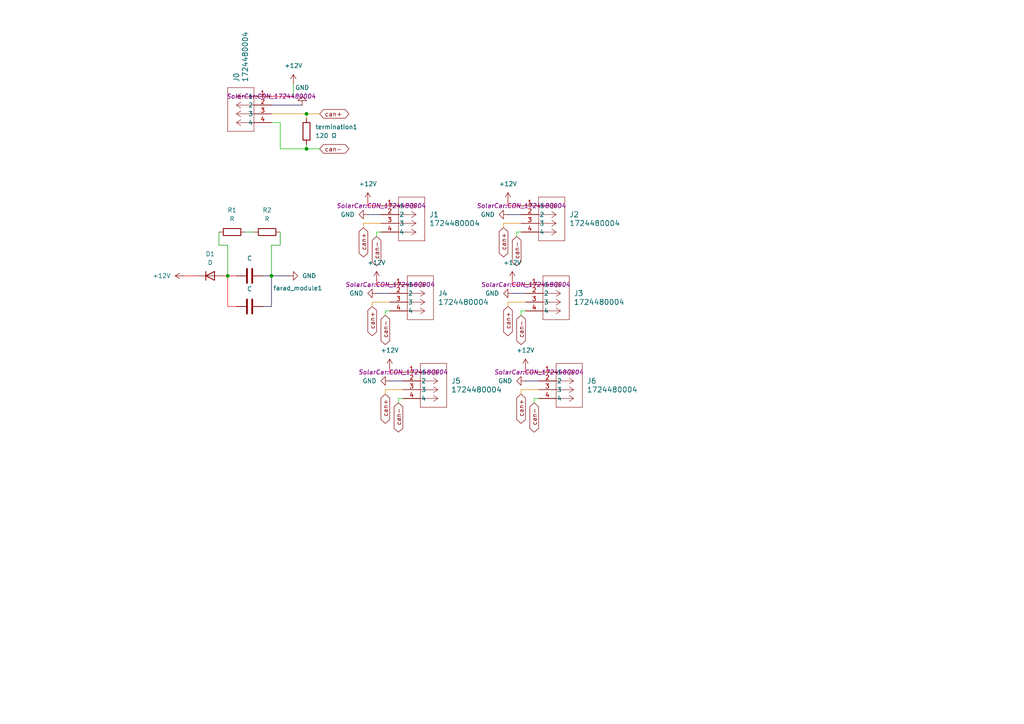
<source format=kicad_sch>
(kicad_sch (version 20231120) (generator "eeschema") (generator_version "8.0")
  (paper "A4")
  (title_block (title "12v + CAN Distribution board") (date "2024-11-03") (rev "v1") (company "VT SolarCar") (comment 1 "J. Menachery"))
  (lib_symbols
    (symbol "Device:C" (pin_numbers hide) (pin_names (offset 0.254))
      (property "Reference" "C" (at 0.635 2.54 0))
      (property "Value" "C" (at 0.635 -2.54 0))
      (symbol "C_0_1"
        (polyline (pts (xy -2.032 -0.762) (xy 2.032 -0.762)) (stroke (width 0.508)))
        (polyline (pts (xy -2.032 0.762) (xy 2.032 0.762)) (stroke (width 0.508)))
      )
      (symbol "C_1_1"
        (pin passive line (at 0 3.81 270) (length 2.794) (name "~") (number "1"))
        (pin passive line (at 0 -3.81 90) (length 2.794) (name "~") (number "2"))
      )
    )
    (symbol "Device:D" (pin_numbers hide) (pin_names (offset 1.016) hide)
      (property "Reference" "D" (at 0 2.54 0))
      (property "Value" "D" (at 0 -2.54 0))
      (symbol "D_0_1"
        (polyline (pts (xy -1.27 1.27) (xy -1.27 -1.27)) (stroke (width 0.254)))
        (polyline (pts (xy 1.27 0) (xy -1.27 0)))
        (polyline (pts (xy 1.27 1.27) (xy 1.27 -1.27) (xy -1.27 0) (xy 1.27 1.27)) (stroke (width 0.254)))
      )
      (symbol "D_1_1"
        (pin passive line (at -3.81 0 0) (length 2.54) (name "K") (number "1"))
        (pin passive line (at 3.81 0 180) (length 2.54) (name "A") (number "2"))
      )
    )
    (symbol "Device:R" (pin_numbers hide) (pin_names (offset 0))
      (property "Reference" "R" (at 2.032 0 90))
      (property "Value" "R" (at 0 0 90))
      (symbol "R_0_1"
        (rectangle (start -1.016 -2.54) (end 1.016 2.54) (stroke (width 0.254)))
      )
      (symbol "R_1_1"
        (pin passive line (at 0 3.81 270) (length 1.27) (name "~") (number "1"))
        (pin passive line (at 0 -3.81 90) (length 1.27) (name "~") (number "2"))
      )
    )
    (symbol "MiniFit 4pin:1724480004" (pin_names (offset 0.254))
      (property "Reference" "J" (at 8.89 6.35 0))
      (property "Value" "1724480004" (at 0 0 0))
      (symbol "1724480004_1_1"
        (polyline (pts (xy 5.08 -10.16) (xy 12.7 -10.16)) (stroke (width 0.127)))
        (polyline (pts (xy 5.08 2.54) (xy 5.08 -10.16)) (stroke (width 0.127)))
        (polyline (pts (xy 10.16 -7.62) (xy 5.08 -7.62)) (stroke (width 0.127)))
        (polyline (pts (xy 10.16 -7.62) (xy 8.89 -8.4667)) (stroke (width 0.127)))
        (polyline (pts (xy 10.16 -7.62) (xy 8.89 -6.7733)) (stroke (width 0.127)))
        (polyline (pts (xy 10.16 -5.08) (xy 5.08 -5.08)) (stroke (width 0.127)))
        (polyline (pts (xy 10.16 -5.08) (xy 8.89 -5.9267)) (stroke (width 0.127)))
        (polyline (pts (xy 10.16 -5.08) (xy 8.89 -4.2333)) (stroke (width 0.127)))
        (polyline (pts (xy 10.16 -2.54) (xy 5.08 -2.54)) (stroke (width 0.127)))
        (polyline (pts (xy 10.16 -2.54) (xy 8.89 -3.3867)) (stroke (width 0.127)))
        (polyline (pts (xy 10.16 -2.54) (xy 8.89 -1.6933)) (stroke (width 0.127)))
        (polyline (pts (xy 10.16 0) (xy 5.08 0)) (stroke (width 0.127)))
        (polyline (pts (xy 10.16 0) (xy 8.89 -0.8467)) (stroke (width 0.127)))
        (polyline (pts (xy 10.16 0) (xy 8.89 0.8467)) (stroke (width 0.127)))
        (polyline (pts (xy 12.7 -10.16) (xy 12.7 2.54)) (stroke (width 0.127)))
        (polyline (pts (xy 12.7 2.54) (xy 5.08 2.54)) (stroke (width 0.127)))
        (pin unspecified line (at 0 0 0) (length 5.08) (name "1") (number "1"))
        (pin unspecified line (at 0 -2.54 0) (length 5.08) (name "2") (number "2"))
        (pin unspecified line (at 0 -5.08 0) (length 5.08) (name "3") (number "3"))
        (pin unspecified line (at 0 -7.62 0) (length 5.08) (name "4") (number "4"))
      )
      (symbol "1724480004_1_2"
        (polyline (pts (xy 5.08 -10.16) (xy 12.7 -10.16)) (stroke (width 0.127)))
        (polyline (pts (xy 5.08 2.54) (xy 5.08 -10.16)) (stroke (width 0.127)))
        (polyline (pts (xy 7.62 -7.62) (xy 5.08 -7.62)) (stroke (width 0.127)))
        (polyline (pts (xy 7.62 -7.62) (xy 8.89 -8.4667)) (stroke (width 0.127)))
        (polyline (pts (xy 7.62 -7.62) (xy 8.89 -6.7733)) (stroke (width 0.127)))
        (polyline (pts (xy 7.62 -5.08) (xy 5.08 -5.08)) (stroke (width 0.127)))
        (polyline (pts (xy 7.62 -5.08) (xy 8.89 -5.9267)) (stroke (width 0.127)))
        (polyline (pts (xy 7.62 -5.08) (xy 8.89 -4.2333)) (stroke (width 0.127)))
        (polyline (pts (xy 7.62 -2.54) (xy 5.08 -2.54)) (stroke (width 0.127)))
        (polyline (pts (xy 7.62 -2.54) (xy 8.89 -3.3867)) (stroke (width 0.127)))
        (polyline (pts (xy 7.62 -2.54) (xy 8.89 -1.6933)) (stroke (width 0.127)))
        (polyline (pts (xy 7.62 0) (xy 5.08 0)) (stroke (width 0.127)))
        (polyline (pts (xy 7.62 0) (xy 8.89 -0.8467)) (stroke (width 0.127)))
        (polyline (pts (xy 7.62 0) (xy 8.89 0.8467)) (stroke (width 0.127)))
        (polyline (pts (xy 12.7 -10.16) (xy 12.7 2.54)) (stroke (width 0.127)))
        (polyline (pts (xy 12.7 2.54) (xy 5.08 2.54)) (stroke (width 0.127)))
        (pin unspecified line (at 0 0 0) (length 5.08) (name "1") (number "1"))
        (pin unspecified line (at 0 -2.54 0) (length 5.08) (name "2") (number "2"))
        (pin unspecified line (at 0 -5.08 0) (length 5.08) (name "3") (number "3"))
        (pin unspecified line (at 0 -7.62 0) (length 5.08) (name "4") (number "4"))
      )
    )
    (symbol "power:+12V" (power) (pin_numbers hide) (pin_names (offset 0) hide)
      (property "Value" "+12V" (at 0 3.556 0))
      (symbol "+12V_0_1"
        (polyline (pts (xy -0.762 1.27) (xy 0 2.54)))
        (polyline (pts (xy 0 0) (xy 0 2.54)))
        (polyline (pts (xy 0 2.54) (xy 0.762 1.27)))
      )
      (symbol "+12V_1_1"
        (pin power_in line (at 0 0 90) (length 0) (name "~") (number "1"))
      )
    )
    (symbol "power:GND" (power) (pin_numbers hide) (pin_names (offset 0) hide)
      (property "Value" "GND" (at 0 -3.81 0))
      (symbol "GND_0_1"
        (polyline (pts (xy 0 0) (xy 0 -1.27) (xy 1.27 -1.27) (xy 0 -2.54) (xy -1.27 -1.27) (xy 0 -1.27)))
      )
      (symbol "GND_1_1"
        (pin power_in line (at 0 0 270) (length 0) (name "~") (number "1"))
      )
    )
  )
  (junction (at 78.74 80.01))
  (junction (at 88.9 33.02))
  (junction (at 66.04 80.01))
  (junction (at 88.9 43.18))
  (wire (pts (xy 148.59 85.09) (xy 152.4 85.09)) (stroke (width 0) (color 0 0 72 1)))
  (wire (pts (xy 88.9 33.02) (xy 92.71 33.02)) (stroke (width 0) (color 221 133 0 1)))
  (wire (pts (xy 81.28 35.56) (xy 81.28 43.18)) (stroke (width 0) (color 0 194 0 1)))
  (wire (pts (xy 154.94 115.57) (xy 156.21 115.57)) (stroke (width 0) (color 0 194 0 1)))
  (wire (pts (xy 113.03 107.95) (xy 116.84 107.95)) (stroke (width 0) (color 255 0 0 1)))
  (wire (pts (xy 149.86 67.31) (xy 151.13 67.31)) (stroke (width 0) (color 0 194 0 1)))
  (wire (pts (xy 154.94 115.57) (xy 154.94 116.84)) (stroke (width 0) (color 0 194 0 1)))
  (wire (pts (xy 107.95 87.63) (xy 107.95 88.9)) (stroke (width 0) (color 221 133 0 1)))
  (wire (pts (xy 66.04 80.01) (xy 68.58 80.01)) (stroke (width 0) (color 255 0 0 1)))
  (wire (pts (xy 66.04 71.12) (xy 66.04 80.01)))
  (wire (pts (xy 147.32 59.69) (xy 151.13 59.69)) (stroke (width 0) (color 255 0 0 1)))
  (wire (pts (xy 148.59 82.55) (xy 152.4 82.55)) (stroke (width 0) (color 255 0 0 1)))
  (wire (pts (xy 78.74 30.48) (xy 87.63 30.48)) (stroke (width 0) (color 0 0 72 1)))
  (wire (pts (xy 66.04 80.01) (xy 66.04 88.9)) (stroke (width 0) (color 255 0 0 1)))
  (wire (pts (xy 78.74 27.94) (xy 85.09 27.94)) (stroke (width 0) (color 255 0 0 1)))
  (wire (pts (xy 152.4 106.68) (xy 152.4 107.95)) (stroke (width 0) (color 255 0 0 1)))
  (wire (pts (xy 109.22 81.28) (xy 109.22 82.55)) (stroke (width 0) (color 255 0 0 1)))
  (wire (pts (xy 63.5 67.31) (xy 63.5 71.12)))
  (wire (pts (xy 151.13 113.03) (xy 156.21 113.03)) (stroke (width 0) (color 221 133 0 1)))
  (wire (pts (xy 85.09 24.13) (xy 85.09 27.94)))
  (wire (pts (xy 106.68 62.23) (xy 110.49 62.23)) (stroke (width 0) (color 0 0 72 1)))
  (wire (pts (xy 146.05 64.77) (xy 151.13 64.77)) (stroke (width 0) (color 221 133 0 1)))
  (wire (pts (xy 109.22 85.09) (xy 113.03 85.09)) (stroke (width 0) (color 0 0 72 1)))
  (wire (pts (xy 66.04 88.9) (xy 68.58 88.9)) (stroke (width 0) (color 255 0 0 1)))
  (wire (pts (xy 88.9 43.18) (xy 92.71 43.18)) (stroke (width 0) (color 0 194 0 1)))
  (wire (pts (xy 88.9 34.29) (xy 88.9 33.02)) (stroke (width 0) (color 221 133 0 1)))
  (wire (pts (xy 148.59 81.28) (xy 148.59 82.55)) (stroke (width 0) (color 255 0 0 1)))
  (wire (pts (xy 107.95 87.63) (xy 113.03 87.63)) (stroke (width 0) (color 221 133 0 1)))
  (wire (pts (xy 81.28 71.12) (xy 78.74 71.12)))
  (wire (pts (xy 147.32 87.63) (xy 147.32 88.9)) (stroke (width 0) (color 221 133 0 1)))
  (wire (pts (xy 78.74 33.02) (xy 88.9 33.02)) (stroke (width 0) (color 221 133 0 1)))
  (wire (pts (xy 109.22 67.31) (xy 110.49 67.31)) (stroke (width 0) (color 0 194 0 1)))
  (wire (pts (xy 151.13 90.17) (xy 152.4 90.17)) (stroke (width 0) (color 0 194 0 1)))
  (wire (pts (xy 113.03 110.49) (xy 116.84 110.49)) (stroke (width 0) (color 0 0 72 1)))
  (wire (pts (xy 115.57 115.57) (xy 115.57 116.84)) (stroke (width 0) (color 0 194 0 1)))
  (wire (pts (xy 152.4 110.49) (xy 156.21 110.49)) (stroke (width 0) (color 0 0 72 1)))
  (wire (pts (xy 111.76 90.17) (xy 111.76 91.44)) (stroke (width 0) (color 0 194 0 1)))
  (wire (pts (xy 106.68 59.69) (xy 110.49 59.69)) (stroke (width 0) (color 255 0 0 1)))
  (wire (pts (xy 106.68 58.42) (xy 106.68 59.69)) (stroke (width 0) (color 255 0 0 1)))
  (wire (pts (xy 81.28 35.56) (xy 78.74 35.56)) (stroke (width 0) (color 0 194 0 1)))
  (wire (pts (xy 147.32 62.23) (xy 151.13 62.23)) (stroke (width 0) (color 0 0 72 1)))
  (wire (pts (xy 78.74 80.01) (xy 78.74 88.9)) (stroke (width 0) (color 0 0 72 1)))
  (wire (pts (xy 53.34 80.01) (xy 57.15 80.01)) (stroke (width 0) (color 255 0 0 1)))
  (wire (pts (xy 76.2 88.9) (xy 78.74 88.9)) (stroke (width 0) (color 0 0 72 1)))
  (wire (pts (xy 111.76 113.03) (xy 116.84 113.03)) (stroke (width 0) (color 221 133 0 1)))
  (wire (pts (xy 147.32 87.63) (xy 152.4 87.63)) (stroke (width 0) (color 221 133 0 1)))
  (wire (pts (xy 71.12 67.31) (xy 73.66 67.31)))
  (wire (pts (xy 113.03 106.68) (xy 113.03 107.95)) (stroke (width 0) (color 255 0 0 1)))
  (wire (pts (xy 109.22 67.31) (xy 109.22 68.58)) (stroke (width 0) (color 0 194 0 1)))
  (wire (pts (xy 147.32 58.42) (xy 147.32 59.69)) (stroke (width 0) (color 255 0 0 1)))
  (wire (pts (xy 78.74 71.12) (xy 78.74 80.01)))
  (wire (pts (xy 146.05 64.77) (xy 146.05 66.04)) (stroke (width 0) (color 221 133 0 1)))
  (wire (pts (xy 149.86 67.31) (xy 149.86 68.58)) (stroke (width 0) (color 0 194 0 1)))
  (wire (pts (xy 81.28 43.18) (xy 88.9 43.18)) (stroke (width 0) (color 0 194 0 1)))
  (wire (pts (xy 63.5 71.12) (xy 66.04 71.12)))
  (wire (pts (xy 81.28 67.31) (xy 81.28 71.12)))
  (wire (pts (xy 109.22 82.55) (xy 113.03 82.55)) (stroke (width 0) (color 255 0 0 1)))
  (wire (pts (xy 78.74 80.01) (xy 83.82 80.01)) (stroke (width 0) (color 0 0 72 1)))
  (wire (pts (xy 105.41 64.77) (xy 105.41 66.04)) (stroke (width 0) (color 221 133 0 1)))
  (wire (pts (xy 76.2 80.01) (xy 78.74 80.01)) (stroke (width 0) (color 0 0 72 1)))
  (wire (pts (xy 111.76 113.03) (xy 111.76 114.3)) (stroke (width 0) (color 221 133 0 1)))
  (wire (pts (xy 115.57 115.57) (xy 116.84 115.57)) (stroke (width 0) (color 0 194 0 1)))
  (wire (pts (xy 111.76 90.17) (xy 113.03 90.17)) (stroke (width 0) (color 0 194 0 1)))
  (wire (pts (xy 88.9 43.18) (xy 88.9 41.91)) (stroke (width 0) (color 0 194 0 1)))
  (wire (pts (xy 151.13 90.17) (xy 151.13 91.44)) (stroke (width 0) (color 0 194 0 1)))
  (wire (pts (xy 64.77 80.01) (xy 66.04 80.01)) (stroke (width 0) (color 255 0 0 1)))
  (wire (pts (xy 105.41 64.77) (xy 110.49 64.77)) (stroke (width 0) (color 221 133 0 1)))
  (wire (pts (xy 152.4 107.95) (xy 156.21 107.95)) (stroke (width 0) (color 255 0 0 1)))
  (wire (pts (xy 151.13 113.03) (xy 151.13 114.3)) (stroke (width 0) (color 221 133 0 1)))
  (global_label "can+" (shape bidirectional) (at 92.71 33.02 0) (property "Intersheetrefs" "${INTERSHEET_REFS}" (effects (hide yes))))
  (global_label "can-" (shape bidirectional) (at 154.94 116.84 270) (property "Intersheetrefs" "${INTERSHEET_REFS}" (effects (hide yes))))
  (global_label "can-" (shape bidirectional) (at 151.13 91.44 270) (property "Intersheetrefs" "${INTERSHEET_REFS}" (effects (hide yes))))
  (global_label "can+" (shape bidirectional) (at 105.41 66.04 270) (property "Intersheetrefs" "${INTERSHEET_REFS}" (effects (hide yes))))
  (global_label "can-" (shape bidirectional) (at 115.57 116.84 270) (property "Intersheetrefs" "${INTERSHEET_REFS}" (effects (hide yes))))
  (global_label "can+" (shape bidirectional) (at 147.32 88.9 270) (property "Intersheetrefs" "${INTERSHEET_REFS}" (effects (hide yes))))
  (global_label "can-" (shape bidirectional) (at 149.86 68.58 270) (property "Intersheetrefs" "${INTERSHEET_REFS}" (effects (hide yes))))
  (global_label "can+" (shape bidirectional) (at 151.13 114.3 270) (property "Intersheetrefs" "${INTERSHEET_REFS}" (effects (hide yes))))
  (global_label "can-" (shape bidirectional) (at 111.76 91.44 270) (property "Intersheetrefs" "${INTERSHEET_REFS}" (effects (hide yes))))
  (global_label "can-" (shape bidirectional) (at 92.71 43.18 0) (property "Intersheetrefs" "${INTERSHEET_REFS}" (effects (hide yes))))
  (global_label "can+" (shape bidirectional) (at 111.76 114.3 270) (property "Intersheetrefs" "${INTERSHEET_REFS}" (effects (hide yes))))
  (global_label "can-" (shape bidirectional) (at 109.22 68.58 270) (property "Intersheetrefs" "${INTERSHEET_REFS}" (effects (hide yes))))
  (global_label "can+" (shape bidirectional) (at 146.05 66.04 270) (property "Intersheetrefs" "${INTERSHEET_REFS}" (effects (hide yes))))
  (global_label "can+" (shape bidirectional) (at 107.95 88.9 270) (property "Intersheetrefs" "${INTERSHEET_REFS}" (effects (hide yes))))
  (symbol (lib_id "power:GND") (at 147.32 62.23 270) (unit 1)
    (property "Reference" "#PWR08" (effects (hide yes)))
    (property "Value" "GND" (at 143.51 62.2299 90) (effects (justify right)))
    (property "Description" "Power symbol creates a global label with name \"GND\" , ground" (effects (hide yes)))
  )
  (symbol (lib_id "power:GND") (at 106.68 62.23 270) (unit 1)
    (property "Reference" "#PWR06" (effects (hide yes)))
    (property "Value" "GND" (at 102.87 62.2299 90) (effects (justify right)))
    (property "Description" "Power symbol creates a global label with name \"GND\" , ground" (effects (hide yes)))
  )
  (symbol (lib_id "MiniFit 4pin:1724480004") (at 113.03 82.55 0) (unit 1)
    (property "Reference" "J4" (at 127 85.0899 0) (effects (font (size 1.524 1.524)) (justify left)))
    (property "Value" "1724480004" (at 127 87.6299 0) (effects (font (size 1.524 1.524)) (justify left)))
    (property "Footprint" "SolarCar:CON_1724480004" (at 113.03 82.55 0) (effects (font (italic yes))))
    (property "Datasheet" "1724480004" (effects (hide yes)))
  )
  (symbol (lib_id "MiniFit 4pin:1724480004") (at 156.21 107.95 0) (unit 1)
    (property "Reference" "J6" (at 170.18 110.4899 0) (effects (font (size 1.524 1.524)) (justify left)))
    (property "Value" "1724480004" (at 170.18 113.0299 0) (effects (font (size 1.524 1.524)) (justify left)))
    (property "Footprint" "SolarCar:CON_1724480004" (at 156.21 107.95 0) (effects (font (italic yes))))
    (property "Datasheet" "1724480004" (effects (hide yes)))
  )
  (symbol (lib_id "Device:C") (at 72.39 88.9 270) (unit 1)
    (property "Reference" "farad_module2" (effects (hide yes)))
    (property "Value" "C" (at 72.39 83.82 90))
    (property "Footprint" "Capacitor_THT:C_Radial_D10.0mm_H20.0mm_P5.00mm" (effects (hide yes)))
    (property "Description" "Unpolarized capacitor" (effects (hide yes)))
  )
  (symbol (lib_id "power:GND") (at 113.03 110.49 270) (unit 1)
    (property "Reference" "#PWR014" (effects (hide yes)))
    (property "Value" "GND" (at 109.22 110.4899 90) (effects (justify right)))
    (property "Description" "Power symbol creates a global label with name \"GND\" , ground" (effects (hide yes)))
  )
  (symbol (lib_id "Device:R") (at 77.47 67.31 90) (unit 1)
    (property "Reference" "R2" (at 77.47 60.96 90))
    (property "Value" "R" (at 77.47 63.5 90))
    (property "Footprint" "Resistor_SMD:R_1210_3225Metric" (effects (hide yes)))
    (property "Description" "Resistor" (effects (hide yes)))
  )
  (symbol (lib_id "power:+12V") (at 106.68 58.42 0) (unit 1)
    (property "Reference" "#PWR05" (effects (hide yes)))
    (property "Value" "+12V" (at 106.68 53.34 0))
    (property "Description" "Power symbol creates a global label with name \"+12V\"" (effects (hide yes)))
  )
  (symbol (lib_id "MiniFit 4pin:1724480004") (at 110.49 59.69 0) (unit 1)
    (property "Reference" "J1" (at 124.46 62.2299 0) (effects (font (size 1.524 1.524)) (justify left)))
    (property "Value" "1724480004" (at 124.46 64.7699 0) (effects (font (size 1.524 1.524)) (justify left)))
    (property "Footprint" "SolarCar:CON_1724480004" (at 110.49 59.69 0) (effects (font (italic yes))))
    (property "Datasheet" "1724480004" (effects (hide yes)))
  )
  (symbol (lib_id "power:GND") (at 152.4 110.49 270) (unit 1)
    (property "Reference" "#PWR016" (effects (hide yes)))
    (property "Value" "GND" (at 148.59 110.4899 90) (effects (justify right)))
    (property "Description" "Power symbol creates a global label with name \"GND\" , ground" (effects (hide yes)))
  )
  (symbol (lib_id "power:GND") (at 109.22 85.09 270) (unit 1)
    (property "Reference" "#PWR012" (effects (hide yes)))
    (property "Value" "GND" (at 105.41 85.0899 90) (effects (justify right)))
    (property "Description" "Power symbol creates a global label with name \"GND\" , ground" (effects (hide yes)))
  )
  (symbol (lib_id "MiniFit 4pin:1724480004") (at 116.84 107.95 0) (unit 1)
    (property "Reference" "J5" (at 130.81 110.4899 0) (effects (font (size 1.524 1.524)) (justify left)))
    (property "Value" "1724480004" (at 130.81 113.0299 0) (effects (font (size 1.524 1.524)) (justify left)))
    (property "Footprint" "SolarCar:CON_1724480004" (at 116.84 107.95 0) (effects (font (italic yes))))
    (property "Datasheet" "1724480004" (effects (hide yes)))
  )
  (symbol (lib_id "Device:D") (at 60.96 80.01 0) (unit 1)
    (property "Reference" "D1" (at 60.96 73.66 0))
    (property "Value" "D" (at 60.96 76.2 0))
    (property "Footprint" "Diode_SMD:D_SOD-123" (effects (hide yes)))
    (property "Description" "Diode" (effects (hide yes)))
    (property "Sim.Device" "D" (effects (hide yes)))
    (property "Sim.Pins" "1=K 2=A" (effects (hide yes)))
  )
  (symbol (lib_id "power:GND") (at 83.82 80.01 90) (unit 1)
    (property "Reference" "#PWR02" (effects (hide yes)))
    (property "Value" "GND" (at 87.63 80.0099 90) (effects (justify right)))
    (property "Description" "Power symbol creates a global label with name \"GND\" , ground" (effects (hide yes)))
  )
  (symbol (lib_id "power:+12V") (at 147.32 58.42 0) (unit 1)
    (property "Reference" "#PWR07" (effects (hide yes)))
    (property "Value" "+12V" (at 147.32 53.34 0))
    (property "Description" "Power symbol creates a global label with name \"+12V\"" (effects (hide yes)))
  )
  (symbol (lib_id "MiniFit 4pin:1724480004") (at 78.74 27.94 0) (mirror y) (unit 1)
    (property "Reference" "J0" (at 68.58 23.876 90) (effects (font (size 1.524 1.524)) (justify left)))
    (property "Value" "1724480004" (at 71.12 23.876 90) (effects (font (size 1.524 1.524)) (justify left)))
    (property "Footprint" "SolarCar:CON_1724480004" (at 78.74 27.94 0) (effects (font (italic yes))))
    (property "Datasheet" "1724480004" (effects (hide yes)))
  )
  (symbol (lib_id "Device:R") (at 67.31 67.31 90) (unit 1)
    (property "Reference" "R1" (at 67.31 60.96 90))
    (property "Value" "R" (at 67.31 63.5 90))
    (property "Footprint" "Resistor_SMD:R_1210_3225Metric" (effects (hide yes)))
    (property "Description" "Resistor" (effects (hide yes)))
  )
  (symbol (lib_id "power:GND") (at 87.63 30.48 180) (unit 1)
    (property "Reference" "#PWR04" (effects (hide yes)))
    (property "Value" "GND" (at 87.63 25.4 0))
    (property "Description" "Power symbol creates a global label with name \"GND\" , ground" (effects (hide yes)))
  )
  (symbol (lib_id "MiniFit 4pin:1724480004") (at 151.13 59.69 0) (unit 1)
    (property "Reference" "J2" (at 165.1 62.2299 0) (effects (font (size 1.524 1.524)) (justify left)))
    (property "Value" "1724480004" (at 165.1 64.7699 0) (effects (font (size 1.524 1.524)) (justify left)))
    (property "Footprint" "SolarCar:CON_1724480004" (at 151.13 59.69 0) (effects (font (italic yes))))
    (property "Datasheet" "1724480004" (effects (hide yes)))
  )
  (symbol (lib_id "power:+12V") (at 113.03 106.68 0) (unit 1)
    (property "Reference" "#PWR013" (effects (hide yes)))
    (property "Value" "+12V" (at 113.03 101.6 0))
    (property "Description" "Power symbol creates a global label with name \"+12V\"" (effects (hide yes)))
  )
  (symbol (lib_id "power:+12V") (at 85.09 24.13 0) (unit 1)
    (property "Reference" "#PWR03" (effects (hide yes)))
    (property "Value" "+12V" (at 85.09 19.05 0))
    (property "Description" "Power symbol creates a global label with name \"+12V\"" (effects (hide yes)))
  )
  (symbol (lib_id "power:+12V") (at 148.59 81.28 0) (unit 1)
    (property "Reference" "#PWR09" (effects (hide yes)))
    (property "Value" "+12V" (at 148.59 76.2 0))
    (property "Description" "Power symbol creates a global label with name \"+12V\"" (effects (hide yes)))
  )
  (symbol (lib_id "power:+12V") (at 53.34 80.01 90) (unit 1)
    (property "Reference" "#PWR01" (effects (hide yes)))
    (property "Value" "+12V" (at 49.53 80.0099 90) (effects (justify left)))
    (property "Description" "Power symbol creates a global label with name \"+12V\"" (effects (hide yes)))
  )
  (symbol (lib_id "power:+12V") (at 152.4 106.68 0) (unit 1)
    (property "Reference" "#PWR015" (effects (hide yes)))
    (property "Value" "+12V" (at 152.4 101.6 0))
    (property "Description" "Power symbol creates a global label with name \"+12V\"" (effects (hide yes)))
  )
  (symbol (lib_id "power:+12V") (at 109.22 81.28 0) (unit 1)
    (property "Reference" "#PWR011" (effects (hide yes)))
    (property "Value" "+12V" (at 109.22 76.2 0))
    (property "Description" "Power symbol creates a global label with name \"+12V\"" (effects (hide yes)))
  )
  (symbol (lib_id "Device:R") (at 88.9 38.1 180) (unit 1)
    (property "Reference" "termination1" (at 91.44 36.8299 0) (effects (justify right)))
    (property "Value" "120 Ω" (at 91.44 39.3699 0) (effects (justify right)))
    (property "Footprint" "Resistor_SMD:R_0805_2012Metric" (effects (hide yes)))
  )
  (symbol (lib_id "power:GND") (at 148.59 85.09 270) (unit 1)
    (property "Reference" "#PWR010" (effects (hide yes)))
    (property "Value" "GND" (at 144.78 85.0899 90) (effects (justify right)))
    (property "Description" "Power symbol creates a global label with name \"GND\" , ground" (effects (hide yes)))
  )
  (symbol (lib_id "Device:C") (at 72.39 80.01 270) (unit 1)
    (property "Reference" "farad_module1" (at 86.36 83.566 90))
    (property "Value" "C" (at 72.39 74.93 90))
    (property "Footprint" "Capacitor_THT:C_Radial_D10.0mm_H20.0mm_P5.00mm" (effects (hide yes)))
    (property "Description" "Unpolarized capacitor" (effects (hide yes)))
  )
  (symbol (lib_id "MiniFit 4pin:1724480004") (at 152.4 82.55 0) (unit 1)
    (property "Reference" "J3" (at 166.37 85.0899 0) (effects (font (size 1.524 1.524)) (justify left)))
    (property "Value" "1724480004" (at 166.37 87.6299 0) (effects (font (size 1.524 1.524)) (justify left)))
    (property "Footprint" "SolarCar:CON_1724480004" (at 152.4 82.55 0) (effects (font (italic yes))))
    (property "Datasheet" "1724480004" (effects (hide yes)))
  )
)
</source>
